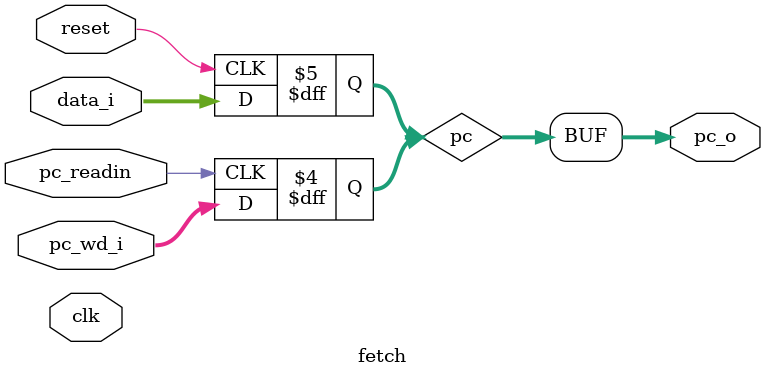
<source format=v>
module fetch
(
   input wire clk,
   input wire reset,
   input wire [31:0] data_i,
   input wire pc_readin,
   input wire [31:0] pc_wd_i,
   output wire [31:0] pc_o
);
   reg [31:0] pc; // Program Counter

   always @ (negedge reset) begin
      // Reset Vector is loaded from 0x0 during a reset
      pc <= data_i;
   end   

   always @ (posedge pc_readin) begin
      pc <= pc_wd_i;
   end

   assign pc_o = pc;

   initial begin
      pc = 0;
   end
endmodule

</source>
